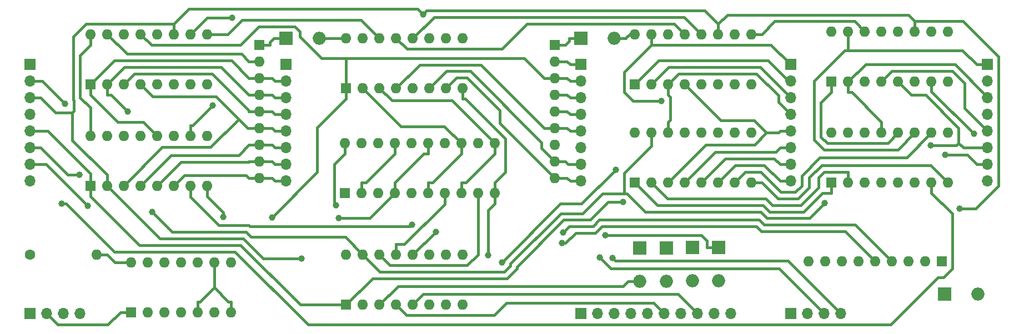
<source format=gbr>
%TF.GenerationSoftware,KiCad,Pcbnew,7.0.2*%
%TF.CreationDate,2023-06-28T00:57:01+01:00*%
%TF.ProjectId,SPI-Z80-BUS_ZXspectrum_impl,5350492d-5a38-4302-9d42-55535f5a5873,rev?*%
%TF.SameCoordinates,PX3473bc0PY19bfcc0*%
%TF.FileFunction,Copper,L1,Top*%
%TF.FilePolarity,Positive*%
%FSLAX46Y46*%
G04 Gerber Fmt 4.6, Leading zero omitted, Abs format (unit mm)*
G04 Created by KiCad (PCBNEW 7.0.2) date 2023-06-28 00:57:01*
%MOMM*%
%LPD*%
G01*
G04 APERTURE LIST*
%TA.AperFunction,ComponentPad*%
%ADD10R,1.700000X1.700000*%
%TD*%
%TA.AperFunction,ComponentPad*%
%ADD11O,1.700000X1.700000*%
%TD*%
%TA.AperFunction,ComponentPad*%
%ADD12R,1.600000X1.600000*%
%TD*%
%TA.AperFunction,ComponentPad*%
%ADD13O,1.600000X1.600000*%
%TD*%
%TA.AperFunction,ComponentPad*%
%ADD14R,2.000000X2.000000*%
%TD*%
%TA.AperFunction,ComponentPad*%
%ADD15O,2.000000X2.000000*%
%TD*%
%TA.AperFunction,ComponentPad*%
%ADD16C,1.600000*%
%TD*%
%TA.AperFunction,ViaPad*%
%ADD17C,1.000000*%
%TD*%
%TA.AperFunction,Conductor*%
%ADD18C,0.400000*%
%TD*%
G04 APERTURE END LIST*
D10*
%TO.P,LOCAL_CONTROL1,1,Pin_1*%
%TO.N,/SPI-Z80-BUS/LOCAL_CONTROL.RD*%
X120000000Y-50000000D03*
D11*
%TO.P,LOCAL_CONTROL1,2,Pin_2*%
%TO.N,/SPI-Z80-BUS/LOCAL_CONTROL.WR*%
X122540000Y-50000000D03*
%TO.P,LOCAL_CONTROL1,3,Pin_3*%
%TO.N,/SPI-Z80-BUS/LOCAL_CONTROL.IORQ*%
X125080000Y-50000000D03*
%TO.P,LOCAL_CONTROL1,4,Pin_4*%
%TO.N,/SPI-Z80-BUS/LOCAL_CONTROL.MEMRQ*%
X127620000Y-50000000D03*
%TD*%
D12*
%TO.P,ZX80_CONTROL.RD1,1,~{PL}*%
%TO.N,/SPI-Z80-BUS/ESP_SPI_INT.PL*%
X52220000Y-48635000D03*
D13*
%TO.P,ZX80_CONTROL.RD1,2,CP*%
%TO.N,/SPI-Z80-BUS/ESP_SPI_INT.SCK*%
X54760000Y-48635000D03*
%TO.P,ZX80_CONTROL.RD1,3,D4*%
%TO.N,/SPI-Z80-BUS/Z80_CONTROL.BUSRQ*%
X57300000Y-48635000D03*
%TO.P,ZX80_CONTROL.RD1,4,D5*%
%TO.N,/SPI-Z80-BUS/Z80_CONTROL.WAIT*%
X59840000Y-48635000D03*
%TO.P,ZX80_CONTROL.RD1,5,D6*%
%TO.N,/SPI-Z80-BUS/Z80_CONTROL.BUSACK*%
X62380000Y-48635000D03*
%TO.P,ZX80_CONTROL.RD1,6,D7*%
%TO.N,/SPI-Z80-BUS/Z80_CONTROL.NMI*%
X64920000Y-48635000D03*
%TO.P,ZX80_CONTROL.RD1,7,~{Q7}*%
%TO.N,Net-(LOCAL_A-L.RD1-DS)*%
X67460000Y-48635000D03*
%TO.P,ZX80_CONTROL.RD1,8,GND*%
%TO.N,GND*%
X70000000Y-48635000D03*
%TO.P,ZX80_CONTROL.RD1,9,Q7*%
%TO.N,unconnected-(ZX80_CONTROL.RD1-Q7-Pad9)*%
X70000000Y-41015000D03*
%TO.P,ZX80_CONTROL.RD1,10,DS*%
%TO.N,Net-(LOCAL_D.RD1-~{Q7})*%
X67460000Y-41015000D03*
%TO.P,ZX80_CONTROL.RD1,11,D0*%
%TO.N,/SPI-Z80-BUS/Z80_CONTROL.RD*%
X64920000Y-41015000D03*
%TO.P,ZX80_CONTROL.RD1,12,D1*%
%TO.N,/SPI-Z80-BUS/Z80_CONTROL.WR*%
X62380000Y-41015000D03*
%TO.P,ZX80_CONTROL.RD1,13,D2*%
%TO.N,/SPI-Z80-BUS/Z80_CONTROL.IORQ*%
X59840000Y-41015000D03*
%TO.P,ZX80_CONTROL.RD1,14,D3*%
%TO.N,/SPI-Z80-BUS/Z80_CONTROL.MEMRQ*%
X57300000Y-41015000D03*
%TO.P,ZX80_CONTROL.RD1,15,~{CE}*%
%TO.N,/SPI-Z80-BUS/ESP_SPI_INT.CE*%
X54760000Y-41015000D03*
%TO.P,ZX80_CONTROL.RD1,16,VCC*%
%TO.N,+5V*%
X52220000Y-41015000D03*
%TD*%
D14*
%TO.P,D5,1,K*%
%TO.N,/SPI-Z80-BUS/ESP_CONTROL.ROMCS*%
X105000000Y-39920000D03*
D15*
%TO.P,D5,2,A*%
%TO.N,/SPI-Z80-BUS/Z80_CONTROL.ROMCS*%
X105000000Y-45000000D03*
%TD*%
D12*
%TO.P,IC1,1*%
%TO.N,/SPI-Z80-BUS/ESP_PULSE*%
X19375000Y-49800000D03*
D13*
%TO.P,IC1,2*%
%TO.N,/SPI-Z80-BUS/ESP_CONTROL.WR*%
X21915000Y-49800000D03*
%TO.P,IC1,3*%
%TO.N,Net-(CONTROL.SELECT1-1A1)*%
X24455000Y-49800000D03*
%TO.P,IC1,4*%
%TO.N,GND*%
X26995000Y-49800000D03*
%TO.P,IC1,5*%
X29535000Y-49800000D03*
%TO.P,IC1,6*%
%TO.N,unconnected-(IC1-Pad6)*%
X32075000Y-49800000D03*
%TO.P,IC1,7,GND*%
%TO.N,GND*%
X34615000Y-49800000D03*
%TO.P,IC1,8*%
%TO.N,unconnected-(IC1-Pad8)*%
X34615000Y-42180000D03*
%TO.P,IC1,9*%
%TO.N,GND*%
X32075000Y-42180000D03*
%TO.P,IC1,10*%
X29535000Y-42180000D03*
%TO.P,IC1,11*%
%TO.N,unconnected-(IC1-Pad11)*%
X26995000Y-42180000D03*
%TO.P,IC1,12*%
%TO.N,GND*%
X24455000Y-42180000D03*
%TO.P,IC1,13*%
X21915000Y-42180000D03*
%TO.P,IC1,14,VCC*%
%TO.N,+5V*%
X19375000Y-42180000D03*
%TD*%
D10*
%TO.P,J6,1,Pin_1*%
%TO.N,/SPI-Z80-BUS/LOCAL_A0*%
X120000000Y-12000000D03*
D11*
%TO.P,J6,2,Pin_2*%
%TO.N,/SPI-Z80-BUS/LOCAL_A1*%
X120000000Y-14540000D03*
%TO.P,J6,3,Pin_3*%
%TO.N,/SPI-Z80-BUS/LOCAL_A2*%
X120000000Y-17080000D03*
%TO.P,J6,4,Pin_4*%
%TO.N,/SPI-Z80-BUS/LOCAL_A3*%
X120000000Y-19620000D03*
%TO.P,J6,5,Pin_5*%
%TO.N,/SPI-Z80-BUS/LOCAL_A4*%
X120000000Y-22160000D03*
%TO.P,J6,6,Pin_6*%
%TO.N,/SPI-Z80-BUS/LOCAL_A5*%
X120000000Y-24700000D03*
%TO.P,J6,7,Pin_7*%
%TO.N,/SPI-Z80-BUS/LOCAL_A6*%
X120000000Y-27240000D03*
%TO.P,J6,8,Pin_8*%
%TO.N,/SPI-Z80-BUS/LOCAL_A7*%
X120000000Y-29780000D03*
%TD*%
D14*
%TO.P,D3,1,K*%
%TO.N,/SPI-Z80-BUS/ESP_CONTROL.BUSRQ*%
X97000000Y-40000000D03*
D15*
%TO.P,D3,2,A*%
%TO.N,/SPI-Z80-BUS/Z80_CONTROL.BUSRQ*%
X97000000Y-45080000D03*
%TD*%
D12*
%TO.P,RN1,1,common*%
%TO.N,Net-(D7-K)*%
X143000000Y-42000000D03*
D13*
%TO.P,RN1,2,R1*%
%TO.N,/SPI-Z80-BUS/LOCAL_CONTROL.MEMRQ*%
X140460000Y-42000000D03*
%TO.P,RN1,3,R2*%
%TO.N,/SPI-Z80-BUS/LOCAL_CONTROL.IORQ*%
X137920000Y-42000000D03*
%TO.P,RN1,4,R3*%
%TO.N,/SPI-Z80-BUS/LOCAL_CONTROL.WR*%
X135380000Y-42000000D03*
%TO.P,RN1,5,R4*%
%TO.N,/SPI-Z80-BUS/LOCAL_CONTROL.RD*%
X132840000Y-42000000D03*
%TO.P,RN1,6,R5*%
%TO.N,unconnected-(RN1-R5-Pad6)*%
X130300000Y-42000000D03*
%TO.P,RN1,7,R6*%
%TO.N,unconnected-(RN1-R6-Pad7)*%
X127760000Y-42000000D03*
%TO.P,RN1,8,R7*%
%TO.N,unconnected-(RN1-R7-Pad8)*%
X125220000Y-42000000D03*
%TO.P,RN1,9,R8*%
%TO.N,unconnected-(RN1-R8-Pad9)*%
X122680000Y-42000000D03*
%TD*%
D14*
%TO.P,D7,1,K*%
%TO.N,Net-(D7-K)*%
X143460000Y-47000000D03*
D15*
%TO.P,D7,2,A*%
%TO.N,+5V*%
X148540000Y-47000000D03*
%TD*%
D14*
%TO.P,D1,1,K*%
%TO.N,Net-(D1-K)*%
X88000000Y-8000000D03*
D15*
%TO.P,D1,2,A*%
%TO.N,+5V*%
X93080000Y-8000000D03*
%TD*%
D12*
%TO.P,LOCAL_D.WR1,1,QB*%
%TO.N,/SPI-Z80-BUS/LOCAL_D1*%
X13260000Y-15000000D03*
D13*
%TO.P,LOCAL_D.WR1,2,QC*%
%TO.N,/SPI-Z80-BUS/LOCAL_D2*%
X15800000Y-15000000D03*
%TO.P,LOCAL_D.WR1,3,QD*%
%TO.N,/SPI-Z80-BUS/LOCAL_D3*%
X18340000Y-15000000D03*
%TO.P,LOCAL_D.WR1,4,QE*%
%TO.N,/SPI-Z80-BUS/LOCAL_D4*%
X20880000Y-15000000D03*
%TO.P,LOCAL_D.WR1,5,QF*%
%TO.N,/SPI-Z80-BUS/LOCAL_D5*%
X23420000Y-15000000D03*
%TO.P,LOCAL_D.WR1,6,QG*%
%TO.N,/SPI-Z80-BUS/LOCAL_D6*%
X25960000Y-15000000D03*
%TO.P,LOCAL_D.WR1,7,QH*%
%TO.N,/SPI-Z80-BUS/LOCAL_D7*%
X28500000Y-15000000D03*
%TO.P,LOCAL_D.WR1,8,GND*%
%TO.N,GND*%
X31040000Y-15000000D03*
%TO.P,LOCAL_D.WR1,9,QH'*%
%TO.N,Net-(ESP_CONTROL.WR1-SER)*%
X31040000Y-7380000D03*
%TO.P,LOCAL_D.WR1,10,~{SRCLR}*%
%TO.N,/SPI-Z80-BUS/ESP_SPI_INT.MR*%
X28500000Y-7380000D03*
%TO.P,LOCAL_D.WR1,11,SRCLK*%
%TO.N,/SPI-Z80-BUS/ESP_SPI_INT.SCK*%
X25960000Y-7380000D03*
%TO.P,LOCAL_D.WR1,12,RCLK*%
%TO.N,/SPI-Z80-BUS/ESP_SPI_INT.STC*%
X23420000Y-7380000D03*
%TO.P,LOCAL_D.WR1,13,~{OE}*%
%TO.N,/SPI-Z80-BUS/ESP_CONTROL.WR*%
X20880000Y-7380000D03*
%TO.P,LOCAL_D.WR1,14,SER*%
%TO.N,/SPI-Z80-BUS/ESP_SPI_INT.MOSI*%
X18340000Y-7380000D03*
%TO.P,LOCAL_D.WR1,15,QA*%
%TO.N,/SPI-Z80-BUS/LOCAL_D0*%
X15800000Y-7380000D03*
%TO.P,LOCAL_D.WR1,16,VCC*%
%TO.N,+5V*%
X13260000Y-7380000D03*
%TD*%
D12*
%TO.P,LOCAL_D.RD1,1,~{PL}*%
%TO.N,/SPI-Z80-BUS/ESP_SPI_INT.PL*%
X13220000Y-30500000D03*
D13*
%TO.P,LOCAL_D.RD1,2,CP*%
%TO.N,/SPI-Z80-BUS/ESP_SPI_INT.SCK*%
X15760000Y-30500000D03*
%TO.P,LOCAL_D.RD1,3,D4*%
%TO.N,/SPI-Z80-BUS/LOCAL_D4*%
X18300000Y-30500000D03*
%TO.P,LOCAL_D.RD1,4,D5*%
%TO.N,/SPI-Z80-BUS/LOCAL_D5*%
X20840000Y-30500000D03*
%TO.P,LOCAL_D.RD1,5,D6*%
%TO.N,/SPI-Z80-BUS/LOCAL_D6*%
X23380000Y-30500000D03*
%TO.P,LOCAL_D.RD1,6,D7*%
%TO.N,/SPI-Z80-BUS/LOCAL_D7*%
X25920000Y-30500000D03*
%TO.P,LOCAL_D.RD1,7,~{Q7}*%
%TO.N,Net-(LOCAL_D.RD1-~{Q7})*%
X28460000Y-30500000D03*
%TO.P,LOCAL_D.RD1,8,GND*%
%TO.N,GND*%
X31000000Y-30500000D03*
%TO.P,LOCAL_D.RD1,9,Q7*%
%TO.N,unconnected-(LOCAL_D.RD1-Q7-Pad9)*%
X31000000Y-22880000D03*
%TO.P,LOCAL_D.RD1,10,DS*%
%TO.N,GND*%
X28460000Y-22880000D03*
%TO.P,LOCAL_D.RD1,11,D0*%
%TO.N,/SPI-Z80-BUS/LOCAL_D0*%
X25920000Y-22880000D03*
%TO.P,LOCAL_D.RD1,12,D1*%
%TO.N,/SPI-Z80-BUS/LOCAL_D1*%
X23380000Y-22880000D03*
%TO.P,LOCAL_D.RD1,13,D2*%
%TO.N,/SPI-Z80-BUS/LOCAL_D2*%
X20840000Y-22880000D03*
%TO.P,LOCAL_D.RD1,14,D3*%
%TO.N,/SPI-Z80-BUS/LOCAL_D3*%
X18300000Y-22880000D03*
%TO.P,LOCAL_D.RD1,15,~{CE}*%
%TO.N,/SPI-Z80-BUS/ESP_SPI_INT.CE*%
X15760000Y-22880000D03*
%TO.P,LOCAL_D.RD1,16,VCC*%
%TO.N,+5V*%
X13220000Y-22880000D03*
%TD*%
D12*
%TO.P,ESP_CONTROL.WR1,1,QB*%
%TO.N,/SPI-Z80-BUS/ESP_CONTROL.WR*%
X52220000Y-15635000D03*
D13*
%TO.P,ESP_CONTROL.WR1,2,QC*%
%TO.N,/SPI-Z80-BUS/ESP_CONTROL.IORQ*%
X54760000Y-15635000D03*
%TO.P,ESP_CONTROL.WR1,3,QD*%
%TO.N,/SPI-Z80-BUS/ESP_CONTROL.MEMRQ*%
X57300000Y-15635000D03*
%TO.P,ESP_CONTROL.WR1,4,QE*%
%TO.N,/SPI-Z80-BUS/ESP_CONTROL.BUSRQ*%
X59840000Y-15635000D03*
%TO.P,ESP_CONTROL.WR1,5,QF*%
%TO.N,/SPI-Z80-BUS/ESP_CONTROL.WAIT*%
X62380000Y-15635000D03*
%TO.P,ESP_CONTROL.WR1,6,QG*%
%TO.N,/SPI-Z80-BUS/ESP_CONTROL.ROMCS*%
X64920000Y-15635000D03*
%TO.P,ESP_CONTROL.WR1,7,QH*%
%TO.N,/SPI-Z80-BUS/ESP_CONTROL.NMI*%
X67460000Y-15635000D03*
%TO.P,ESP_CONTROL.WR1,8,GND*%
%TO.N,GND*%
X70000000Y-15635000D03*
%TO.P,ESP_CONTROL.WR1,9,QH'*%
%TO.N,Net-(ESP_CONTROL.WR1-QH')*%
X70000000Y-8015000D03*
%TO.P,ESP_CONTROL.WR1,10,~{SRCLR}*%
%TO.N,/SPI-Z80-BUS/ESP_SPI_INT.MR*%
X67460000Y-8015000D03*
%TO.P,ESP_CONTROL.WR1,11,SRCLK*%
%TO.N,/SPI-Z80-BUS/ESP_SPI_INT.SCK*%
X64920000Y-8015000D03*
%TO.P,ESP_CONTROL.WR1,12,RCLK*%
%TO.N,/SPI-Z80-BUS/ESP_SPI_INT.STC*%
X62380000Y-8015000D03*
%TO.P,ESP_CONTROL.WR1,13,~{OE}*%
%TO.N,/SPI-Z80-BUS/ESP_SPI_INT.OE*%
X59840000Y-8015000D03*
%TO.P,ESP_CONTROL.WR1,14,SER*%
%TO.N,Net-(ESP_CONTROL.WR1-SER)*%
X57300000Y-8015000D03*
%TO.P,ESP_CONTROL.WR1,15,QA*%
%TO.N,/SPI-Z80-BUS/ESP_CONTROL.RD*%
X54760000Y-8015000D03*
%TO.P,ESP_CONTROL.WR1,16,VCC*%
%TO.N,+5V*%
X52220000Y-8015000D03*
%TD*%
D10*
%TO.P,J3,1,Pin_1*%
%TO.N,/SPI-Z80-BUS/ESP_SPI_INT.MOSI*%
X4000000Y-12000000D03*
D11*
%TO.P,J3,2,Pin_2*%
%TO.N,/SPI-Z80-BUS/ESP_SPI_INT.MISO*%
X4000000Y-14540000D03*
%TO.P,J3,3,Pin_3*%
%TO.N,/SPI-Z80-BUS/ESP_SPI_INT.SCK*%
X4000000Y-17080000D03*
%TO.P,J3,4,Pin_4*%
%TO.N,/SPI-Z80-BUS/ESP_SPI_INT.STC*%
X4000000Y-19620000D03*
%TO.P,J3,5,Pin_5*%
%TO.N,/SPI-Z80-BUS/ESP_SPI_INT.PL*%
X4000000Y-22160000D03*
%TO.P,J3,6,Pin_6*%
%TO.N,/SPI-Z80-BUS/ESP_SPI_INT.CE*%
X4000000Y-24700000D03*
%TO.P,J3,7,Pin_7*%
%TO.N,/SPI-Z80-BUS/ESP_SPI_INT.OE*%
X4000000Y-27240000D03*
%TO.P,J3,8,Pin_8*%
%TO.N,/SPI-Z80-BUS/ESP_SPI_INT.MR*%
X4000000Y-29780000D03*
%TD*%
D12*
%TO.P,CONTROL.SELECT1,1,1OE*%
%TO.N,/SPI-Z80-BUS/!ESP_HARDLOCK*%
X52000000Y-31620000D03*
D13*
%TO.P,CONTROL.SELECT1,2,1A0*%
%TO.N,/SPI-Z80-BUS/ESP_CONTROL.RD*%
X54540000Y-31620000D03*
%TO.P,CONTROL.SELECT1,3,2Y0*%
%TO.N,/SPI-Z80-BUS/Z80_CONTROL.RD*%
X57080000Y-31620000D03*
%TO.P,CONTROL.SELECT1,4,1A1*%
%TO.N,Net-(CONTROL.SELECT1-1A1)*%
X59620000Y-31620000D03*
%TO.P,CONTROL.SELECT1,5,2Y1*%
%TO.N,/SPI-Z80-BUS/Z80_CONTROL.WR*%
X62160000Y-31620000D03*
%TO.P,CONTROL.SELECT1,6,1A2*%
%TO.N,/SPI-Z80-BUS/ESP_CONTROL.IORQ*%
X64700000Y-31620000D03*
%TO.P,CONTROL.SELECT1,7,2Y2*%
%TO.N,/SPI-Z80-BUS/Z80_CONTROL.IORQ*%
X67240000Y-31620000D03*
%TO.P,CONTROL.SELECT1,8,1A3*%
%TO.N,/SPI-Z80-BUS/ESP_CONTROL.MEMRQ*%
X69780000Y-31620000D03*
%TO.P,CONTROL.SELECT1,9,2Y3*%
%TO.N,/SPI-Z80-BUS/Z80_CONTROL.MEMRQ*%
X72320000Y-31620000D03*
%TO.P,CONTROL.SELECT1,10,GND*%
%TO.N,GND*%
X74860000Y-31620000D03*
%TO.P,CONTROL.SELECT1,11,2A3*%
%TO.N,/SPI-Z80-BUS/ESP_CONTROL.MEMRQ*%
X74860000Y-24000000D03*
%TO.P,CONTROL.SELECT1,12,1Y3*%
%TO.N,/SPI-Z80-BUS/LOCAL_CONTROL.MEMRQ*%
X72320000Y-24000000D03*
%TO.P,CONTROL.SELECT1,13,2A2*%
%TO.N,/SPI-Z80-BUS/ESP_CONTROL.IORQ*%
X69780000Y-24000000D03*
%TO.P,CONTROL.SELECT1,14,1Y2*%
%TO.N,/SPI-Z80-BUS/LOCAL_CONTROL.IORQ*%
X67240000Y-24000000D03*
%TO.P,CONTROL.SELECT1,15,2A1*%
%TO.N,Net-(CONTROL.SELECT1-1A1)*%
X64700000Y-24000000D03*
%TO.P,CONTROL.SELECT1,16,1Y1*%
%TO.N,/SPI-Z80-BUS/LOCAL_CONTROL.WR*%
X62160000Y-24000000D03*
%TO.P,CONTROL.SELECT1,17,2A0*%
%TO.N,/SPI-Z80-BUS/ESP_CONTROL.RD*%
X59620000Y-24000000D03*
%TO.P,CONTROL.SELECT1,18,1Y0*%
%TO.N,/SPI-Z80-BUS/LOCAL_CONTROL.RD*%
X57080000Y-24000000D03*
%TO.P,CONTROL.SELECT1,19,2OE*%
%TO.N,/SPI-Z80-BUS/ESP_CONTROL.BUSRQ*%
X54540000Y-24000000D03*
%TO.P,CONTROL.SELECT1,20,VCC*%
%TO.N,+5V*%
X52000000Y-24000000D03*
%TD*%
D14*
%TO.P,D4,1,K*%
%TO.N,/SPI-Z80-BUS/ESP_CONTROL.WAIT*%
X101000000Y-40000000D03*
D15*
%TO.P,D4,2,A*%
%TO.N,/SPI-Z80-BUS/Z80_CONTROL.WAIT*%
X101000000Y-45080000D03*
%TD*%
D10*
%TO.P,J1,1,Pin_1*%
%TO.N,+5V*%
X4000000Y-50000000D03*
D11*
%TO.P,J1,2,Pin_2*%
%TO.N,/SPI-Z80-BUS/ESP_PULSE*%
X6540000Y-50000000D03*
%TO.P,J1,3,Pin_3*%
%TO.N,/SPI-Z80-BUS/!ESP_HARDLOCK*%
X9080000Y-50000000D03*
%TO.P,J1,4,Pin_4*%
%TO.N,GND*%
X11620000Y-50000000D03*
%TD*%
D10*
%TO.P,J7,1,Pin_1*%
%TO.N,/SPI-Z80-BUS/LOCAL_A8*%
X150000000Y-12000000D03*
D11*
%TO.P,J7,2,Pin_2*%
%TO.N,/SPI-Z80-BUS/LOCAL_A9*%
X150000000Y-14540000D03*
%TO.P,J7,3,Pin_3*%
%TO.N,/SPI-Z80-BUS/LOCAL_A10*%
X150000000Y-17080000D03*
%TO.P,J7,4,Pin_4*%
%TO.N,/SPI-Z80-BUS/LOCAL_A11*%
X150000000Y-19620000D03*
%TO.P,J7,5,Pin_5*%
%TO.N,/SPI-Z80-BUS/LOCAL_A12*%
X150000000Y-22160000D03*
%TO.P,J7,6,Pin_6*%
%TO.N,/SPI-Z80-BUS/LOCAL_A13*%
X150000000Y-24700000D03*
%TO.P,J7,7,Pin_7*%
%TO.N,/SPI-Z80-BUS/LOCAL_A14*%
X150000000Y-27240000D03*
%TO.P,J7,8,Pin_8*%
%TO.N,/SPI-Z80-BUS/LOCAL_A15*%
X150000000Y-29780000D03*
%TD*%
D12*
%TO.P,LOCAL_ADDR-H.WR1,1,QB*%
%TO.N,/SPI-Z80-BUS/LOCAL_A9*%
X126220000Y-14620000D03*
D13*
%TO.P,LOCAL_ADDR-H.WR1,2,QC*%
%TO.N,/SPI-Z80-BUS/LOCAL_A10*%
X128760000Y-14620000D03*
%TO.P,LOCAL_ADDR-H.WR1,3,QD*%
%TO.N,/SPI-Z80-BUS/LOCAL_A11*%
X131300000Y-14620000D03*
%TO.P,LOCAL_ADDR-H.WR1,4,QE*%
%TO.N,/SPI-Z80-BUS/LOCAL_A12*%
X133840000Y-14620000D03*
%TO.P,LOCAL_ADDR-H.WR1,5,QF*%
%TO.N,/SPI-Z80-BUS/LOCAL_A13*%
X136380000Y-14620000D03*
%TO.P,LOCAL_ADDR-H.WR1,6,QG*%
%TO.N,/SPI-Z80-BUS/LOCAL_A14*%
X138920000Y-14620000D03*
%TO.P,LOCAL_ADDR-H.WR1,7,QH*%
%TO.N,/SPI-Z80-BUS/LOCAL_A15*%
X141460000Y-14620000D03*
%TO.P,LOCAL_ADDR-H.WR1,8,GND*%
%TO.N,GND*%
X144000000Y-14620000D03*
%TO.P,LOCAL_ADDR-H.WR1,9,QH'*%
%TO.N,unconnected-(LOCAL_ADDR-H.WR1-QH'-Pad9)*%
X144000000Y-7000000D03*
%TO.P,LOCAL_ADDR-H.WR1,10,~{SRCLR}*%
%TO.N,/SPI-Z80-BUS/ESP_SPI_INT.MR*%
X141460000Y-7000000D03*
%TO.P,LOCAL_ADDR-H.WR1,11,SRCLK*%
%TO.N,/SPI-Z80-BUS/ESP_SPI_INT.SCK*%
X138920000Y-7000000D03*
%TO.P,LOCAL_ADDR-H.WR1,12,RCLK*%
%TO.N,/SPI-Z80-BUS/ESP_SPI_INT.STC*%
X136380000Y-7000000D03*
%TO.P,LOCAL_ADDR-H.WR1,13,~{OE}*%
%TO.N,/SPI-Z80-BUS/ESP_SPI_INT.OE*%
X133840000Y-7000000D03*
%TO.P,LOCAL_ADDR-H.WR1,14,SER*%
%TO.N,Net-(LOCAL_ADDR-H.WR1-SER)*%
X131300000Y-7000000D03*
%TO.P,LOCAL_ADDR-H.WR1,15,QA*%
%TO.N,/SPI-Z80-BUS/LOCAL_A8*%
X128760000Y-7000000D03*
%TO.P,LOCAL_ADDR-H.WR1,16,VCC*%
%TO.N,+5V*%
X126220000Y-7000000D03*
%TD*%
D12*
%TO.P,LOCAL_ADDR-L.WR1,1,QB*%
%TO.N,/SPI-Z80-BUS/LOCAL_A1*%
X96220000Y-15000000D03*
D13*
%TO.P,LOCAL_ADDR-L.WR1,2,QC*%
%TO.N,/SPI-Z80-BUS/LOCAL_A2*%
X98760000Y-15000000D03*
%TO.P,LOCAL_ADDR-L.WR1,3,QD*%
%TO.N,/SPI-Z80-BUS/LOCAL_A3*%
X101300000Y-15000000D03*
%TO.P,LOCAL_ADDR-L.WR1,4,QE*%
%TO.N,/SPI-Z80-BUS/LOCAL_A4*%
X103840000Y-15000000D03*
%TO.P,LOCAL_ADDR-L.WR1,5,QF*%
%TO.N,/SPI-Z80-BUS/LOCAL_A5*%
X106380000Y-15000000D03*
%TO.P,LOCAL_ADDR-L.WR1,6,QG*%
%TO.N,/SPI-Z80-BUS/LOCAL_A6*%
X108920000Y-15000000D03*
%TO.P,LOCAL_ADDR-L.WR1,7,QH*%
%TO.N,/SPI-Z80-BUS/LOCAL_A7*%
X111460000Y-15000000D03*
%TO.P,LOCAL_ADDR-L.WR1,8,GND*%
%TO.N,GND*%
X114000000Y-15000000D03*
%TO.P,LOCAL_ADDR-L.WR1,9,QH'*%
%TO.N,Net-(LOCAL_ADDR-H.WR1-SER)*%
X114000000Y-7380000D03*
%TO.P,LOCAL_ADDR-L.WR1,10,~{SRCLR}*%
%TO.N,/SPI-Z80-BUS/ESP_SPI_INT.MR*%
X111460000Y-7380000D03*
%TO.P,LOCAL_ADDR-L.WR1,11,SRCLK*%
%TO.N,/SPI-Z80-BUS/ESP_SPI_INT.SCK*%
X108920000Y-7380000D03*
%TO.P,LOCAL_ADDR-L.WR1,12,RCLK*%
%TO.N,/SPI-Z80-BUS/ESP_SPI_INT.STC*%
X106380000Y-7380000D03*
%TO.P,LOCAL_ADDR-L.WR1,13,~{OE}*%
%TO.N,/SPI-Z80-BUS/ESP_SPI_INT.OE*%
X103840000Y-7380000D03*
%TO.P,LOCAL_ADDR-L.WR1,14,SER*%
%TO.N,Net-(ESP_CONTROL.WR1-QH')*%
X101300000Y-7380000D03*
%TO.P,LOCAL_ADDR-L.WR1,15,QA*%
%TO.N,/SPI-Z80-BUS/LOCAL_A0*%
X98760000Y-7380000D03*
%TO.P,LOCAL_ADDR-L.WR1,16,VCC*%
%TO.N,+5V*%
X96220000Y-7380000D03*
%TD*%
D14*
%TO.P,D6,1,K*%
%TO.N,/SPI-Z80-BUS/ESP_CONTROL.NMI*%
X109000000Y-39920000D03*
D15*
%TO.P,D6,2,A*%
%TO.N,/SPI-Z80-BUS/Z80_CONTROL.NMI*%
X109000000Y-45000000D03*
%TD*%
D12*
%TO.P,LOCAL_A-H.RD1,1,~{PL}*%
%TO.N,/SPI-Z80-BUS/ESP_SPI_INT.PL*%
X126220000Y-30000000D03*
D13*
%TO.P,LOCAL_A-H.RD1,2,CP*%
%TO.N,/SPI-Z80-BUS/ESP_SPI_INT.SCK*%
X128760000Y-30000000D03*
%TO.P,LOCAL_A-H.RD1,3,D4*%
%TO.N,/SPI-Z80-BUS/LOCAL_A12*%
X131300000Y-30000000D03*
%TO.P,LOCAL_A-H.RD1,4,D5*%
%TO.N,/SPI-Z80-BUS/LOCAL_A13*%
X133840000Y-30000000D03*
%TO.P,LOCAL_A-H.RD1,5,D6*%
%TO.N,/SPI-Z80-BUS/LOCAL_A14*%
X136380000Y-30000000D03*
%TO.P,LOCAL_A-H.RD1,6,D7*%
%TO.N,/SPI-Z80-BUS/LOCAL_A15*%
X138920000Y-30000000D03*
%TO.P,LOCAL_A-H.RD1,7,~{Q7}*%
%TO.N,/SPI-Z80-BUS/ESP_SPI_INT.MISO*%
X141460000Y-30000000D03*
%TO.P,LOCAL_A-H.RD1,8,GND*%
%TO.N,GND*%
X144000000Y-30000000D03*
%TO.P,LOCAL_A-H.RD1,9,Q7*%
%TO.N,unconnected-(LOCAL_A-H.RD1-Q7-Pad9)*%
X144000000Y-22380000D03*
%TO.P,LOCAL_A-H.RD1,10,DS*%
%TO.N,Net-(LOCAL_A-H.RD1-DS)*%
X141460000Y-22380000D03*
%TO.P,LOCAL_A-H.RD1,11,D0*%
%TO.N,/SPI-Z80-BUS/LOCAL_A8*%
X138920000Y-22380000D03*
%TO.P,LOCAL_A-H.RD1,12,D1*%
%TO.N,/SPI-Z80-BUS/LOCAL_A9*%
X136380000Y-22380000D03*
%TO.P,LOCAL_A-H.RD1,13,D2*%
%TO.N,/SPI-Z80-BUS/LOCAL_A10*%
X133840000Y-22380000D03*
%TO.P,LOCAL_A-H.RD1,14,D3*%
%TO.N,/SPI-Z80-BUS/LOCAL_A11*%
X131300000Y-22380000D03*
%TO.P,LOCAL_A-H.RD1,15,~{CE}*%
%TO.N,/SPI-Z80-BUS/ESP_SPI_INT.CE*%
X128760000Y-22380000D03*
%TO.P,LOCAL_A-H.RD1,16,VCC*%
%TO.N,+5V*%
X126220000Y-22380000D03*
%TD*%
D12*
%TO.P,ESP_CONTROL.Bias1,1,common*%
%TO.N,Net-(D1-K)*%
X84000000Y-9000000D03*
D13*
%TO.P,ESP_CONTROL.Bias1,2,R1*%
%TO.N,/SPI-Z80-BUS/ESP_CONTROL.RD*%
X84000000Y-11540000D03*
%TO.P,ESP_CONTROL.Bias1,3,R2*%
%TO.N,/SPI-Z80-BUS/ESP_CONTROL.WR*%
X84000000Y-14080000D03*
%TO.P,ESP_CONTROL.Bias1,4,R3*%
%TO.N,/SPI-Z80-BUS/ESP_CONTROL.IORQ*%
X84000000Y-16620000D03*
%TO.P,ESP_CONTROL.Bias1,5,R4*%
%TO.N,/SPI-Z80-BUS/ESP_CONTROL.MEMRQ*%
X84000000Y-19160000D03*
%TO.P,ESP_CONTROL.Bias1,6,R5*%
%TO.N,/SPI-Z80-BUS/ESP_CONTROL.BUSRQ*%
X84000000Y-21700000D03*
%TO.P,ESP_CONTROL.Bias1,7,R6*%
%TO.N,/SPI-Z80-BUS/ESP_CONTROL.WAIT*%
X84000000Y-24240000D03*
%TO.P,ESP_CONTROL.Bias1,8,R7*%
%TO.N,/SPI-Z80-BUS/ESP_CONTROL.ROMCS*%
X84000000Y-26780000D03*
%TO.P,ESP_CONTROL.Bias1,9,R8*%
%TO.N,/SPI-Z80-BUS/ESP_CONTROL.NMI*%
X84000000Y-29320000D03*
%TD*%
D14*
%TO.P,D2,1,K*%
%TO.N,Net-(D2-K)*%
X43000000Y-8000000D03*
D15*
%TO.P,D2,2,A*%
%TO.N,+5V*%
X48080000Y-8000000D03*
%TD*%
D12*
%TO.P,LOCAL_A-L.RD1,1,~{PL}*%
%TO.N,/SPI-Z80-BUS/ESP_SPI_INT.PL*%
X96220000Y-30000000D03*
D13*
%TO.P,LOCAL_A-L.RD1,2,CP*%
%TO.N,/SPI-Z80-BUS/ESP_SPI_INT.SCK*%
X98760000Y-30000000D03*
%TO.P,LOCAL_A-L.RD1,3,D4*%
%TO.N,/SPI-Z80-BUS/LOCAL_A4*%
X101300000Y-30000000D03*
%TO.P,LOCAL_A-L.RD1,4,D5*%
%TO.N,/SPI-Z80-BUS/LOCAL_A5*%
X103840000Y-30000000D03*
%TO.P,LOCAL_A-L.RD1,5,D6*%
%TO.N,/SPI-Z80-BUS/LOCAL_A6*%
X106380000Y-30000000D03*
%TO.P,LOCAL_A-L.RD1,6,D7*%
%TO.N,/SPI-Z80-BUS/LOCAL_A7*%
X108920000Y-30000000D03*
%TO.P,LOCAL_A-L.RD1,7,~{Q7}*%
%TO.N,Net-(LOCAL_A-H.RD1-DS)*%
X111460000Y-30000000D03*
%TO.P,LOCAL_A-L.RD1,8,GND*%
%TO.N,GND*%
X114000000Y-30000000D03*
%TO.P,LOCAL_A-L.RD1,9,Q7*%
%TO.N,unconnected-(LOCAL_A-L.RD1-Q7-Pad9)*%
X114000000Y-22380000D03*
%TO.P,LOCAL_A-L.RD1,10,DS*%
%TO.N,Net-(LOCAL_A-L.RD1-DS)*%
X111460000Y-22380000D03*
%TO.P,LOCAL_A-L.RD1,11,D0*%
%TO.N,/SPI-Z80-BUS/LOCAL_A0*%
X108920000Y-22380000D03*
%TO.P,LOCAL_A-L.RD1,12,D1*%
%TO.N,/SPI-Z80-BUS/LOCAL_A1*%
X106380000Y-22380000D03*
%TO.P,LOCAL_A-L.RD1,13,D2*%
%TO.N,/SPI-Z80-BUS/LOCAL_A2*%
X103840000Y-22380000D03*
%TO.P,LOCAL_A-L.RD1,14,D3*%
%TO.N,/SPI-Z80-BUS/LOCAL_A3*%
X101300000Y-22380000D03*
%TO.P,LOCAL_A-L.RD1,15,~{CE}*%
%TO.N,/SPI-Z80-BUS/ESP_SPI_INT.CE*%
X98760000Y-22380000D03*
%TO.P,LOCAL_A-L.RD1,16,VCC*%
%TO.N,+5V*%
X96220000Y-22380000D03*
%TD*%
D10*
%TO.P,J2,1,Pin_1*%
%TO.N,/SPI-Z80-BUS/LOCAL_D0*%
X43000000Y-12000000D03*
D11*
%TO.P,J2,2,Pin_2*%
%TO.N,/SPI-Z80-BUS/LOCAL_D1*%
X43000000Y-14540000D03*
%TO.P,J2,3,Pin_3*%
%TO.N,/SPI-Z80-BUS/LOCAL_D2*%
X43000000Y-17080000D03*
%TO.P,J2,4,Pin_4*%
%TO.N,/SPI-Z80-BUS/LOCAL_D3*%
X43000000Y-19620000D03*
%TO.P,J2,5,Pin_5*%
%TO.N,/SPI-Z80-BUS/LOCAL_D4*%
X43000000Y-22160000D03*
%TO.P,J2,6,Pin_6*%
%TO.N,/SPI-Z80-BUS/LOCAL_D5*%
X43000000Y-24700000D03*
%TO.P,J2,7,Pin_7*%
%TO.N,/SPI-Z80-BUS/LOCAL_D6*%
X43000000Y-27240000D03*
%TO.P,J2,8,Pin_8*%
%TO.N,/SPI-Z80-BUS/LOCAL_D7*%
X43000000Y-29780000D03*
%TD*%
D10*
%TO.P,J5,1,Pin_1*%
%TO.N,/SPI-Z80-BUS/Z80_CONTROL.RD*%
X88000000Y-50000000D03*
D11*
%TO.P,J5,2,Pin_2*%
%TO.N,/SPI-Z80-BUS/Z80_CONTROL.WR*%
X90540000Y-50000000D03*
%TO.P,J5,3,Pin_3*%
%TO.N,/SPI-Z80-BUS/Z80_CONTROL.IORQ*%
X93080000Y-50000000D03*
%TO.P,J5,4,Pin_4*%
%TO.N,/SPI-Z80-BUS/Z80_CONTROL.MEMRQ*%
X95620000Y-50000000D03*
%TO.P,J5,5,Pin_5*%
%TO.N,/SPI-Z80-BUS/Z80_CONTROL.BUSRQ*%
X98160000Y-50000000D03*
%TO.P,J5,6,Pin_6*%
%TO.N,/SPI-Z80-BUS/Z80_CONTROL.WAIT*%
X100700000Y-50000000D03*
%TO.P,J5,7,Pin_7*%
%TO.N,/SPI-Z80-BUS/Z80_CONTROL.ROMCS*%
X103240000Y-50000000D03*
%TO.P,J5,8,Pin_8*%
%TO.N,/SPI-Z80-BUS/Z80_CONTROL.BUSACK*%
X105780000Y-50000000D03*
%TO.P,J5,9,Pin_9*%
%TO.N,/SPI-Z80-BUS/Z80_CONTROL.NMI*%
X108320000Y-50000000D03*
%TO.P,J5,10,Pin_10*%
%TO.N,/SPI-Z80-BUS/Z80_CONTROL.RESET*%
X110860000Y-50000000D03*
%TD*%
D16*
%TO.P,R1,1*%
%TO.N,/SPI-Z80-BUS/ESP_SPI_INT.MR*%
X4000000Y-41000000D03*
D13*
%TO.P,R1,2*%
%TO.N,+5V*%
X14160000Y-41000000D03*
%TD*%
D12*
%TO.P,LOCAL_D.Bias1,1,common*%
%TO.N,Net-(D2-K)*%
X39000000Y-9000000D03*
D13*
%TO.P,LOCAL_D.Bias1,2,R1*%
%TO.N,/SPI-Z80-BUS/LOCAL_D0*%
X39000000Y-11540000D03*
%TO.P,LOCAL_D.Bias1,3,R2*%
%TO.N,/SPI-Z80-BUS/LOCAL_D1*%
X39000000Y-14080000D03*
%TO.P,LOCAL_D.Bias1,4,R3*%
%TO.N,/SPI-Z80-BUS/LOCAL_D2*%
X39000000Y-16620000D03*
%TO.P,LOCAL_D.Bias1,5,R4*%
%TO.N,/SPI-Z80-BUS/LOCAL_D3*%
X39000000Y-19160000D03*
%TO.P,LOCAL_D.Bias1,6,R5*%
%TO.N,/SPI-Z80-BUS/LOCAL_D4*%
X39000000Y-21700000D03*
%TO.P,LOCAL_D.Bias1,7,R6*%
%TO.N,/SPI-Z80-BUS/LOCAL_D5*%
X39000000Y-24240000D03*
%TO.P,LOCAL_D.Bias1,8,R7*%
%TO.N,/SPI-Z80-BUS/LOCAL_D6*%
X39000000Y-26780000D03*
%TO.P,LOCAL_D.Bias1,9,R8*%
%TO.N,/SPI-Z80-BUS/LOCAL_D7*%
X39000000Y-29320000D03*
%TD*%
D10*
%TO.P,J4,1,Pin_1*%
%TO.N,/SPI-Z80-BUS/ESP_CONTROL.RD*%
X88000000Y-12000000D03*
D11*
%TO.P,J4,2,Pin_2*%
%TO.N,/SPI-Z80-BUS/ESP_CONTROL.WR*%
X88000000Y-14540000D03*
%TO.P,J4,3,Pin_3*%
%TO.N,/SPI-Z80-BUS/ESP_CONTROL.IORQ*%
X88000000Y-17080000D03*
%TO.P,J4,4,Pin_4*%
%TO.N,/SPI-Z80-BUS/ESP_CONTROL.MEMRQ*%
X88000000Y-19620000D03*
%TO.P,J4,5,Pin_5*%
%TO.N,/SPI-Z80-BUS/ESP_CONTROL.BUSRQ*%
X88000000Y-22160000D03*
%TO.P,J4,6,Pin_6*%
%TO.N,/SPI-Z80-BUS/ESP_CONTROL.WAIT*%
X88000000Y-24700000D03*
%TO.P,J4,7,Pin_7*%
%TO.N,/SPI-Z80-BUS/ESP_CONTROL.ROMCS*%
X88000000Y-27240000D03*
%TO.P,J4,8,Pin_8*%
%TO.N,/SPI-Z80-BUS/ESP_CONTROL.NMI*%
X88000000Y-29780000D03*
%TD*%
D17*
%TO.N,Net-(CONTROL.SELECT1-1A1)*%
X51042600Y-35385800D03*
%TO.N,/SPI-Z80-BUS/Z80_CONTROL.WR*%
X65856100Y-37538900D03*
%TO.N,GND*%
X73881000Y-41119200D03*
X33437300Y-35261200D03*
X31858300Y-18204300D03*
%TO.N,/SPI-Z80-BUS/LOCAL_CONTROL.MEMRQ*%
X92834000Y-41483000D03*
%TO.N,/SPI-Z80-BUS/LOCAL_CONTROL.IORQ*%
X90883500Y-41468900D03*
%TO.N,/SPI-Z80-BUS/LOCAL_CONTROL.WR*%
X85300200Y-37627000D03*
%TO.N,/SPI-Z80-BUS/LOCAL_CONTROL.RD*%
X85099200Y-39264700D03*
%TO.N,+5V*%
X50689600Y-33489300D03*
%TO.N,/SPI-Z80-BUS/ESP_CONTROL.NMI*%
X91719700Y-38065900D03*
%TO.N,/SPI-Z80-BUS/ESP_CONTROL.WR*%
X40885100Y-35323500D03*
%TO.N,/SPI-Z80-BUS/ESP_SPI_INT.MR*%
X34853900Y-4836500D03*
%TO.N,/SPI-Z80-BUS/ESP_SPI_INT.SCK*%
X145695200Y-33949900D03*
X63914000Y-4307800D03*
X45400700Y-41574700D03*
%TO.N,/SPI-Z80-BUS/ESP_SPI_INT.OE*%
X12831400Y-33594400D03*
%TO.N,/SPI-Z80-BUS/LOCAL_D2*%
X18924400Y-19161800D03*
%TO.N,/SPI-Z80-BUS/LOCAL_A0*%
X100304300Y-17528600D03*
%TO.N,/SPI-Z80-BUS/LOCAL_A13*%
X141354500Y-24368400D03*
%TO.N,/SPI-Z80-BUS/LOCAL_A14*%
X143568100Y-25797100D03*
%TO.N,/SPI-Z80-BUS/LOCAL_A15*%
X147931800Y-22565600D03*
%TO.N,/SPI-Z80-BUS/ESP_SPI_INT.MISO*%
X8800300Y-33220900D03*
X9360600Y-17995700D03*
%TO.N,/SPI-Z80-BUS/ESP_SPI_INT.PL*%
X94460000Y-32967400D03*
%TO.N,/SPI-Z80-BUS/ESP_SPI_INT.CE*%
X22624300Y-34515600D03*
X125167200Y-33170600D03*
X11500000Y-28790600D03*
%TO.N,Net-(LOCAL_A-L.RD1-DS)*%
X93296100Y-28023700D03*
X75949000Y-42154300D03*
%TO.N,Net-(LOCAL_D.RD1-~{Q7})*%
X62226900Y-36393800D03*
%TD*%
D18*
%TO.N,/SPI-Z80-BUS/ESP_CONTROL.BUSRQ*%
X88000000Y-22160000D02*
X86349900Y-22160000D01*
X72713400Y-12013500D02*
X63461500Y-12013500D01*
X63461500Y-12013500D02*
X59840000Y-15635000D01*
X82399900Y-21700000D02*
X72713400Y-12013500D01*
X85889900Y-21700000D02*
X84000000Y-21700000D01*
X86349900Y-22160000D02*
X85889900Y-21700000D01*
X84000000Y-21700000D02*
X82399900Y-21700000D01*
%TO.N,/SPI-Z80-BUS/ESP_CONTROL.RD*%
X59620000Y-24000000D02*
X59620000Y-25600100D01*
X86349900Y-12000000D02*
X85889900Y-11540000D01*
X59620000Y-25600100D02*
X55200200Y-30019900D01*
X55200200Y-30019900D02*
X54540000Y-30019900D01*
X54540000Y-31620000D02*
X54540000Y-30019900D01*
X88000000Y-12000000D02*
X86349900Y-12000000D01*
X85889900Y-11540000D02*
X84000000Y-11540000D01*
%TO.N,Net-(CONTROL.SELECT1-1A1)*%
X64700000Y-25600100D02*
X64039800Y-25600100D01*
X59620000Y-31620000D02*
X55854300Y-35385700D01*
X64039800Y-25600100D02*
X59620000Y-30019900D01*
X64700000Y-24000000D02*
X64700000Y-25600100D01*
X55854300Y-35385700D02*
X51042600Y-35385700D01*
X59620000Y-31620000D02*
X59620000Y-30019900D01*
X51042600Y-35385700D02*
X51042600Y-35385800D01*
%TO.N,/SPI-Z80-BUS/Z80_CONTROL.WR*%
X65856100Y-37538900D02*
X62380000Y-41015000D01*
%TO.N,/SPI-Z80-BUS/ESP_CONTROL.IORQ*%
X65360200Y-30019900D02*
X64700000Y-30019900D01*
X84000000Y-16620000D02*
X85889900Y-16620000D01*
X54760000Y-15635000D02*
X60552100Y-21427100D01*
X88000000Y-17080000D02*
X86349900Y-17080000D01*
X85889900Y-16620000D02*
X86349900Y-17080000D01*
X60552100Y-21427100D02*
X67207100Y-21427100D01*
X67207100Y-21427100D02*
X69780000Y-24000000D01*
X64700000Y-31620000D02*
X64700000Y-30019900D01*
X69780000Y-24492100D02*
X69780000Y-24000000D01*
X69780000Y-25600100D02*
X65360200Y-30019900D01*
X69780000Y-24492100D02*
X69780000Y-25600100D01*
%TO.N,/SPI-Z80-BUS/Z80_CONTROL.IORQ*%
X67240000Y-33263600D02*
X61088700Y-39414900D01*
X59840000Y-41015000D02*
X59840000Y-39414900D01*
X67240000Y-31620000D02*
X67240000Y-33263600D01*
X61088700Y-39414900D02*
X59840000Y-39414900D01*
%TO.N,/SPI-Z80-BUS/ESP_CONTROL.MEMRQ*%
X69780000Y-31620000D02*
X69780000Y-30019900D01*
X70440200Y-30019900D02*
X69780000Y-30019900D01*
X59164300Y-17499300D02*
X57300000Y-15635000D01*
X88000000Y-19620000D02*
X86349900Y-19620000D01*
X85889900Y-19160000D02*
X86349900Y-19620000D01*
X74860000Y-24492100D02*
X74860000Y-24000000D01*
X68359300Y-17499300D02*
X59164300Y-17499300D01*
X74860000Y-24000000D02*
X68359300Y-17499300D01*
X84000000Y-19160000D02*
X85889900Y-19160000D01*
X74860000Y-24492100D02*
X74860000Y-25600100D01*
X74860000Y-25600100D02*
X70440200Y-30019900D01*
%TO.N,/SPI-Z80-BUS/Z80_CONTROL.MEMRQ*%
X72320000Y-31620000D02*
X72320000Y-40964700D01*
X58903900Y-42618900D02*
X57300000Y-41015000D01*
X72320000Y-40964700D02*
X70665800Y-42618900D01*
X70665800Y-42618900D02*
X58903900Y-42618900D01*
%TO.N,GND*%
X28460000Y-22880000D02*
X28460000Y-21279900D01*
X29887200Y-48199900D02*
X29535000Y-48199900D01*
X121128200Y-32450300D02*
X122832000Y-30746500D01*
X122832000Y-29226300D02*
X124713900Y-27344400D01*
X31000000Y-30500000D02*
X31000000Y-32100100D01*
X115600100Y-30000000D02*
X118050400Y-32450300D01*
X29535000Y-49800000D02*
X29535000Y-48199900D01*
X76460100Y-28419800D02*
X76460100Y-23337200D01*
X34615000Y-49800000D02*
X34615000Y-48199900D01*
X74860000Y-31620000D02*
X74860000Y-30019900D01*
X28460000Y-21279900D02*
X28782700Y-21279900D01*
X32075000Y-43780100D02*
X32075000Y-46012100D01*
X33437300Y-34537400D02*
X33437300Y-35261200D01*
X74860000Y-32420000D02*
X74860000Y-33220100D01*
X73881000Y-34199100D02*
X73881000Y-41119200D01*
X32075000Y-46012100D02*
X29887200Y-48199900D01*
X141344400Y-27344400D02*
X144000000Y-30000000D01*
X74860000Y-30019900D02*
X76460100Y-28419800D01*
X34262800Y-48199900D02*
X32075000Y-46012100D01*
X34615000Y-48199900D02*
X34262800Y-48199900D01*
X124713900Y-27344400D02*
X141344400Y-27344400D01*
X70358000Y-17235100D02*
X70000000Y-17235100D01*
X114000000Y-30000000D02*
X115600100Y-30000000D01*
X70000000Y-15635000D02*
X70000000Y-17235100D01*
X31000000Y-32100100D02*
X33437300Y-34537400D01*
X76460100Y-23337200D02*
X70358000Y-17235100D01*
X74860000Y-33220100D02*
X73881000Y-34199100D01*
X118050400Y-32450300D02*
X121128200Y-32450300D01*
X28782700Y-21279900D02*
X31858300Y-18204300D01*
X32075000Y-42180000D02*
X32075000Y-43780100D01*
X74860000Y-32420000D02*
X74860000Y-31620000D01*
X122832000Y-30746500D02*
X122832000Y-29226300D01*
%TO.N,/SPI-Z80-BUS/LOCAL_CONTROL.MEMRQ*%
X127620000Y-50000000D02*
X119535700Y-41915700D01*
X119535700Y-41915700D02*
X93266700Y-41915700D01*
X93266700Y-41915700D02*
X92834000Y-41483000D01*
%TO.N,/SPI-Z80-BUS/LOCAL_CONTROL.IORQ*%
X118244000Y-43164000D02*
X92578600Y-43164000D01*
X125080000Y-50000000D02*
X118244000Y-43164000D01*
X92578600Y-43164000D02*
X90883500Y-41468900D01*
%TO.N,/SPI-Z80-BUS/LOCAL_CONTROL.WR*%
X86214900Y-36712300D02*
X89819800Y-36712300D01*
X89819800Y-36712300D02*
X90828500Y-35703600D01*
X115944000Y-36450700D02*
X129830700Y-36450700D01*
X115196900Y-35703600D02*
X115944000Y-36450700D01*
X85300200Y-37627000D02*
X86214900Y-36712300D01*
X90828500Y-35703600D02*
X115196900Y-35703600D01*
X129830700Y-36450700D02*
X135380000Y-42000000D01*
%TO.N,/SPI-Z80-BUS/LOCAL_CONTROL.RD*%
X85646000Y-39264700D02*
X85099200Y-39264700D01*
X132840000Y-42000000D02*
X128290800Y-37450800D01*
X87198300Y-37712400D02*
X85646000Y-39264700D01*
X128290800Y-37450800D02*
X115529800Y-37450800D01*
X114782700Y-36703700D02*
X91242700Y-36703700D01*
X91242700Y-36703700D02*
X90234000Y-37712400D01*
X115529800Y-37450800D02*
X114782700Y-36703700D01*
X90234000Y-37712400D02*
X87198300Y-37712400D01*
%TO.N,+5V*%
X50399800Y-33199500D02*
X50689600Y-33489300D01*
X48080000Y-8000000D02*
X49880100Y-8000000D01*
X19375000Y-42180000D02*
X17774900Y-42180000D01*
X52000000Y-24000000D02*
X52000000Y-25600100D01*
X52220000Y-8015000D02*
X49895100Y-8015000D01*
X52000000Y-25600100D02*
X50399800Y-27200300D01*
X16940100Y-42180000D02*
X17774900Y-42180000D01*
X94880100Y-7919900D02*
X95420000Y-7380000D01*
X50399800Y-27200300D02*
X50399800Y-33199500D01*
X13220000Y-18602100D02*
X11659800Y-17041900D01*
X94880100Y-8000000D02*
X94880100Y-7919900D01*
X93980100Y-8000000D02*
X93080000Y-8000000D01*
X13220000Y-22880000D02*
X13220000Y-21279900D01*
X11659800Y-17041900D02*
X11659800Y-10580300D01*
X49895100Y-8015000D02*
X49880100Y-8000000D01*
X11659800Y-10580300D02*
X13260000Y-8980100D01*
X13220000Y-21279900D02*
X13220000Y-18602100D01*
X14160000Y-41000000D02*
X15760100Y-41000000D01*
X13260000Y-7380000D02*
X13260000Y-8980100D01*
X15760100Y-41000000D02*
X16940100Y-42180000D01*
X96220000Y-7380000D02*
X95420000Y-7380000D01*
X93980100Y-8000000D02*
X94880100Y-8000000D01*
%TO.N,Net-(D1-K)*%
X84000000Y-9000000D02*
X85600100Y-9000000D01*
X88000000Y-8000000D02*
X86199900Y-8000000D01*
X86199900Y-8400200D02*
X86199900Y-8000000D01*
X85600100Y-9000000D02*
X86199900Y-8400200D01*
%TO.N,Net-(D2-K)*%
X39000000Y-9000000D02*
X40600100Y-9000000D01*
X40600100Y-8599800D02*
X41199900Y-8000000D01*
X43000000Y-8000000D02*
X41199900Y-8000000D01*
X40600100Y-9000000D02*
X40600100Y-8599800D01*
%TO.N,/SPI-Z80-BUS/Z80_CONTROL.BUSRQ*%
X95199900Y-45080000D02*
X94454000Y-45825900D01*
X94454000Y-45825900D02*
X60109100Y-45825900D01*
X97000000Y-45080000D02*
X95199900Y-45080000D01*
X60109100Y-45825900D02*
X57300000Y-48635000D01*
%TO.N,/SPI-Z80-BUS/Z80_CONTROL.WAIT*%
X99049800Y-48349800D02*
X76689800Y-48349800D01*
X76689800Y-48349800D02*
X74798900Y-50240700D01*
X74798900Y-50240700D02*
X61445700Y-50240700D01*
X100700000Y-50000000D02*
X99049800Y-48349800D01*
X61445700Y-50240700D02*
X59840000Y-48635000D01*
%TO.N,/SPI-Z80-BUS/ESP_CONTROL.ROMCS*%
X85600100Y-26780000D02*
X86060100Y-27240000D01*
X86060100Y-27240000D02*
X88000000Y-27240000D01*
X67541400Y-13013600D02*
X71144800Y-13013600D01*
X64920000Y-15635000D02*
X67541400Y-13013600D01*
X84000000Y-26780000D02*
X85600100Y-26780000D01*
X82009800Y-23878600D02*
X82009800Y-24789800D01*
X82009800Y-24789800D02*
X84000000Y-26780000D01*
X71144800Y-13013600D02*
X82009800Y-23878600D01*
%TO.N,/SPI-Z80-BUS/ESP_CONTROL.NMI*%
X84000000Y-29320000D02*
X75638100Y-20958100D01*
X106358400Y-38065900D02*
X107199900Y-38907400D01*
X70655700Y-14027600D02*
X69067400Y-14027600D01*
X85889900Y-29320000D02*
X84000000Y-29320000D01*
X75638100Y-20958100D02*
X75638100Y-19010000D01*
X88000000Y-29780000D02*
X86349900Y-29780000D01*
X91719700Y-38065900D02*
X106358400Y-38065900D01*
X69067400Y-14027600D02*
X67460000Y-15635000D01*
X107199900Y-38907400D02*
X107199900Y-39920000D01*
X75638100Y-19010000D02*
X70655700Y-14027600D01*
X109000000Y-39920000D02*
X107199900Y-39920000D01*
X86349900Y-29780000D02*
X85889900Y-29320000D01*
%TO.N,/SPI-Z80-BUS/ESP_CONTROL.WR*%
X52220000Y-11003000D02*
X52220000Y-14034900D01*
X44421300Y-6199800D02*
X38911000Y-6199800D01*
X88000000Y-14540000D02*
X86349900Y-14540000D01*
X45186300Y-7729900D02*
X45186300Y-6964800D01*
X52220000Y-15635000D02*
X52220000Y-14034900D01*
X40885100Y-35323500D02*
X47814200Y-28394400D01*
X47814200Y-21640900D02*
X52220000Y-17235100D01*
X48459400Y-11003000D02*
X45186300Y-7729900D01*
X36083100Y-9027700D02*
X22527700Y-9027700D01*
X79322900Y-11003000D02*
X52220000Y-11003000D01*
X45186300Y-6964800D02*
X44421300Y-6199800D01*
X85889900Y-14080000D02*
X84000000Y-14080000D01*
X82399900Y-14080000D02*
X79322900Y-11003000D01*
X47814200Y-28394400D02*
X47814200Y-21640900D01*
X52220000Y-15635000D02*
X52220000Y-17235100D01*
X84000000Y-14080000D02*
X82399900Y-14080000D01*
X38911000Y-6199800D02*
X36083100Y-9027700D01*
X22527700Y-9027700D02*
X20880000Y-7380000D01*
X86349900Y-14540000D02*
X85889900Y-14080000D01*
X52220000Y-11003000D02*
X48459400Y-11003000D01*
%TO.N,/SPI-Z80-BUS/ESP_SPI_INT.MR*%
X28500000Y-7380000D02*
X31043500Y-4836500D01*
X31043500Y-4836500D02*
X34853900Y-4836500D01*
%TO.N,/SPI-Z80-BUS/ESP_SPI_INT.SCK*%
X110307500Y-4392400D02*
X137912500Y-4392400D01*
X12556700Y-5779900D02*
X10609300Y-7727300D01*
X138920000Y-7000000D02*
X138920000Y-5399900D01*
X108920000Y-5779900D02*
X106909800Y-3769700D01*
X106909800Y-3769700D02*
X64452100Y-3769700D01*
X148177100Y-33949900D02*
X145695200Y-33949900D01*
X28208900Y-3531000D02*
X25960000Y-5779900D01*
X137912500Y-4392400D02*
X138920000Y-5399900D01*
X39556700Y-41574700D02*
X45400700Y-41574700D01*
X10455200Y-19295800D02*
X10455200Y-23535200D01*
X117186600Y-33450400D02*
X121542400Y-33450400D01*
X23821600Y-38561600D02*
X36543600Y-38561600D01*
X25960000Y-7380000D02*
X25960000Y-5779900D01*
X10609300Y-17405700D02*
X10660700Y-17457100D01*
X10660700Y-17457100D02*
X10660700Y-19090300D01*
X98760000Y-30000000D02*
X101237800Y-32477800D01*
X116214000Y-32477800D02*
X117186600Y-33450400D01*
X10660700Y-19090300D02*
X10455200Y-19295800D01*
X10609300Y-7727300D02*
X10609300Y-17405700D01*
X63914000Y-4307800D02*
X63137200Y-3531000D01*
X4000000Y-17080000D02*
X5650100Y-17080000D01*
X128760000Y-30000000D02*
X128760000Y-28399900D01*
X108920000Y-5779900D02*
X110307500Y-4392400D01*
X146261300Y-5399900D02*
X151655800Y-10794400D01*
X151655800Y-10794400D02*
X151655800Y-30471200D01*
X108920000Y-7380000D02*
X108920000Y-5779900D01*
X7865900Y-19295800D02*
X10455200Y-19295800D01*
X10455200Y-23535200D02*
X15760000Y-28840000D01*
X36543600Y-38561600D02*
X39556700Y-41574700D01*
X124204700Y-29274300D02*
X125079100Y-28399900D01*
X121542400Y-33450400D02*
X124204700Y-30788100D01*
X15760000Y-30500000D02*
X23821600Y-38561600D01*
X15760000Y-28840000D02*
X15760000Y-30500000D01*
X151655800Y-30471200D02*
X148177100Y-33949900D01*
X125079100Y-28399900D02*
X128760000Y-28399900D01*
X138920000Y-5399900D02*
X146261300Y-5399900D01*
X101237800Y-32477800D02*
X116214000Y-32477800D01*
X124204700Y-30788100D02*
X124204700Y-29274300D01*
X5650100Y-17080000D02*
X7865900Y-19295800D01*
X63137200Y-3531000D02*
X28208900Y-3531000D01*
X25960000Y-5779900D02*
X12556700Y-5779900D01*
X64452100Y-3769700D02*
X63914000Y-4307800D01*
%TO.N,/SPI-Z80-BUS/ESP_SPI_INT.STC*%
X103769800Y-4769800D02*
X65625200Y-4769800D01*
X65625200Y-4769800D02*
X62380000Y-8015000D01*
X106380000Y-7380000D02*
X103769800Y-4769800D01*
%TO.N,/SPI-Z80-BUS/ESP_SPI_INT.OE*%
X6477000Y-27240000D02*
X5650100Y-27240000D01*
X75960300Y-9630100D02*
X79815500Y-5774900D01*
X102234900Y-5774900D02*
X103840000Y-7380000D01*
X59840000Y-8015000D02*
X61455100Y-9630100D01*
X12831400Y-33594400D02*
X6477000Y-27240000D01*
X79815500Y-5774900D02*
X102234900Y-5774900D01*
X61455100Y-9630100D02*
X75960300Y-9630100D01*
X4000000Y-27240000D02*
X5650100Y-27240000D01*
%TO.N,Net-(ESP_CONTROL.WR1-SER)*%
X32640100Y-7380000D02*
X34149100Y-7380000D01*
X54437100Y-5152100D02*
X57300000Y-8015000D01*
X31040000Y-7380000D02*
X32640100Y-7380000D01*
X34149100Y-7380000D02*
X36377000Y-5152100D01*
X36377000Y-5152100D02*
X54437100Y-5152100D01*
%TO.N,/SPI-Z80-BUS/ESP_PULSE*%
X8239300Y-51699300D02*
X6540000Y-50000000D01*
X17774900Y-49800000D02*
X15875600Y-51699300D01*
X15875600Y-51699300D02*
X8239300Y-51699300D01*
X19375000Y-49800000D02*
X17774900Y-49800000D01*
%TO.N,/SPI-Z80-BUS/LOCAL_D0*%
X18800300Y-10380300D02*
X15800000Y-7380000D01*
X36240200Y-10380300D02*
X18800300Y-10380300D01*
X39000000Y-11540000D02*
X37399900Y-11540000D01*
X37399900Y-11540000D02*
X36240200Y-10380300D01*
%TO.N,/SPI-Z80-BUS/LOCAL_D1*%
X17416100Y-20756200D02*
X21256200Y-20756200D01*
X40889900Y-14080000D02*
X39000000Y-14080000D01*
X13260000Y-16600100D02*
X17416100Y-20756200D01*
X21256200Y-20756200D02*
X23380000Y-22880000D01*
X16875800Y-11384200D02*
X13260000Y-15000000D01*
X13260000Y-15000000D02*
X13260000Y-16600100D01*
X37399900Y-14080000D02*
X34704100Y-11384200D01*
X43000000Y-14540000D02*
X41349900Y-14540000D01*
X41349900Y-14540000D02*
X40889900Y-14080000D01*
X39000000Y-14080000D02*
X37399900Y-14080000D01*
X34704100Y-11384200D02*
X16875800Y-11384200D01*
%TO.N,/SPI-Z80-BUS/LOCAL_D2*%
X39000000Y-16620000D02*
X37399900Y-16620000D01*
X33168000Y-12388100D02*
X18411900Y-12388100D01*
X18411900Y-12388100D02*
X15800000Y-15000000D01*
X15800000Y-16600100D02*
X16362700Y-16600100D01*
X37399900Y-16620000D02*
X33168000Y-12388100D01*
X40889900Y-16620000D02*
X39000000Y-16620000D01*
X15800000Y-15000000D02*
X15800000Y-16600100D01*
X16362700Y-16600100D02*
X18924400Y-19161800D01*
X41349900Y-17080000D02*
X40889900Y-16620000D01*
X43000000Y-17080000D02*
X41349900Y-17080000D01*
%TO.N,/SPI-Z80-BUS/LOCAL_D3*%
X43000000Y-19620000D02*
X41349900Y-19620000D01*
X39000000Y-19160000D02*
X37399900Y-19160000D01*
X37399900Y-19160000D02*
X37399900Y-19023200D01*
X40889900Y-19160000D02*
X39000000Y-19160000D01*
X19946000Y-13394000D02*
X18340000Y-15000000D01*
X37399900Y-19023200D02*
X31770700Y-13394000D01*
X41349900Y-19620000D02*
X40889900Y-19160000D01*
X31770700Y-13394000D02*
X19946000Y-13394000D01*
%TO.N,/SPI-Z80-BUS/LOCAL_D4*%
X39000000Y-21700000D02*
X37194200Y-21700000D01*
X37194200Y-21700000D02*
X35826300Y-20332000D01*
X24178400Y-24621600D02*
X31536700Y-24621600D01*
X18300000Y-30500000D02*
X24178400Y-24621600D01*
X41349900Y-22160000D02*
X40889900Y-21700000D01*
X40889900Y-21700000D02*
X39000000Y-21700000D01*
X43000000Y-22160000D02*
X41349900Y-22160000D01*
X35826300Y-20332000D02*
X32349600Y-16855400D01*
X32349600Y-16855400D02*
X22735400Y-16855400D01*
X31536700Y-24621600D02*
X35826300Y-20332000D01*
X22735400Y-16855400D02*
X20880000Y-15000000D01*
%TO.N,/SPI-Z80-BUS/LOCAL_D5*%
X40889900Y-24240000D02*
X39000000Y-24240000D01*
X37399900Y-24240000D02*
X35799800Y-25840100D01*
X25499900Y-25840100D02*
X20840000Y-30500000D01*
X35799800Y-25840100D02*
X25499900Y-25840100D01*
X39000000Y-24240000D02*
X37399900Y-24240000D01*
X43000000Y-24700000D02*
X41349900Y-24700000D01*
X41349900Y-24700000D02*
X40889900Y-24240000D01*
%TO.N,/SPI-Z80-BUS/LOCAL_D6*%
X27039700Y-26840300D02*
X23380000Y-30500000D01*
X43000000Y-27240000D02*
X41349900Y-27240000D01*
X39000000Y-26780000D02*
X37399900Y-26780000D01*
X37339600Y-26840300D02*
X27039700Y-26840300D01*
X41349900Y-27240000D02*
X40889900Y-26780000D01*
X37399900Y-26780000D02*
X37339600Y-26840300D01*
X40889900Y-26780000D02*
X39000000Y-26780000D01*
%TO.N,/SPI-Z80-BUS/LOCAL_D7*%
X37399900Y-29320000D02*
X36963700Y-28883800D01*
X39000000Y-29320000D02*
X37399900Y-29320000D01*
X27536200Y-28883800D02*
X25920000Y-30500000D01*
X40889900Y-29320000D02*
X39000000Y-29320000D01*
X36963700Y-28883800D02*
X27536200Y-28883800D01*
X43000000Y-29780000D02*
X41349900Y-29780000D01*
X41349900Y-29780000D02*
X40889900Y-29320000D01*
%TO.N,/SPI-Z80-BUS/LOCAL_A0*%
X95975400Y-17528600D02*
X100304300Y-17528600D01*
X98760000Y-8980100D02*
X94612600Y-13127500D01*
X94612600Y-13127500D02*
X94612600Y-16165800D01*
X94612600Y-16165800D02*
X95975400Y-17528600D01*
X120000000Y-12000000D02*
X116980100Y-8980100D01*
X116980100Y-8980100D02*
X98760000Y-8980100D01*
X98760000Y-7380000D02*
X98760000Y-8980100D01*
%TO.N,/SPI-Z80-BUS/LOCAL_A1*%
X99843100Y-11376900D02*
X96220000Y-15000000D01*
X116520300Y-11376900D02*
X99843100Y-11376900D01*
X120000000Y-14540000D02*
X119683400Y-14540000D01*
X119683400Y-14540000D02*
X116520300Y-11376900D01*
%TO.N,/SPI-Z80-BUS/LOCAL_A2*%
X115299300Y-12379300D02*
X101380700Y-12379300D01*
X120000000Y-17080000D02*
X115299300Y-12379300D01*
X101380700Y-12379300D02*
X98760000Y-15000000D01*
%TO.N,/SPI-Z80-BUS/LOCAL_A3*%
X102910400Y-13389600D02*
X101300000Y-15000000D01*
X101300000Y-22380000D02*
X101300000Y-20779900D01*
X114754400Y-13389600D02*
X102910400Y-13389600D01*
X118106600Y-16741800D02*
X114754400Y-13389600D01*
X101300000Y-16600100D02*
X101626800Y-16926900D01*
X101300000Y-15000000D02*
X101300000Y-16600100D01*
X101626800Y-20453100D02*
X101300000Y-20779900D01*
X120000000Y-19620000D02*
X118106600Y-17726600D01*
X101626800Y-16926900D02*
X101626800Y-20453100D01*
X118106600Y-17726600D02*
X118106600Y-16741800D01*
%TO.N,/SPI-Z80-BUS/LOCAL_A4*%
X114474100Y-24239700D02*
X107060300Y-24239700D01*
X109349900Y-20509900D02*
X103840000Y-15000000D01*
X118099100Y-22410800D02*
X118349900Y-22160000D01*
X114402100Y-20509900D02*
X109349900Y-20509900D01*
X116303000Y-22410800D02*
X114402100Y-20509900D01*
X116303000Y-22410800D02*
X118099100Y-22410800D01*
X107060300Y-24239700D02*
X101300000Y-30000000D01*
X120000000Y-22160000D02*
X118349900Y-22160000D01*
X116303000Y-22410800D02*
X114474100Y-24239700D01*
%TO.N,/SPI-Z80-BUS/LOCAL_A5*%
X117716100Y-25333800D02*
X108506200Y-25333800D01*
X118349900Y-24700000D02*
X117716100Y-25333800D01*
X120000000Y-24700000D02*
X118349900Y-24700000D01*
X108506200Y-25333800D02*
X103840000Y-30000000D01*
%TO.N,/SPI-Z80-BUS/LOCAL_A6*%
X110015100Y-26364900D02*
X106380000Y-30000000D01*
X117474800Y-26364900D02*
X110015100Y-26364900D01*
X120000000Y-27240000D02*
X118349900Y-27240000D01*
X118349900Y-27240000D02*
X117474800Y-26364900D01*
%TO.N,/SPI-Z80-BUS/LOCAL_A7*%
X115934900Y-27365000D02*
X111555000Y-27365000D01*
X118349900Y-29780000D02*
X115934900Y-27365000D01*
X120000000Y-29780000D02*
X118349900Y-29780000D01*
X111555000Y-27365000D02*
X108920000Y-30000000D01*
%TO.N,/SPI-Z80-BUS/LOCAL_A8*%
X146159800Y-9809900D02*
X128760000Y-9809900D01*
X123584500Y-14466200D02*
X128240800Y-9809900D01*
X138920000Y-22380000D02*
X136319400Y-24980600D01*
X148349900Y-12000000D02*
X146159800Y-9809900D01*
X125073800Y-24980600D02*
X123584500Y-23491300D01*
X123584500Y-23491300D02*
X123584500Y-14466200D01*
X128240800Y-9809900D02*
X128760000Y-9809900D01*
X128760000Y-9809900D02*
X128760000Y-8600100D01*
X150000000Y-12000000D02*
X148349900Y-12000000D01*
X136319400Y-24980600D02*
X125073800Y-24980600D01*
X128760000Y-7000000D02*
X128760000Y-8600100D01*
%TO.N,/SPI-Z80-BUS/LOCAL_A9*%
X134779800Y-23980200D02*
X136380000Y-22380000D01*
X124598400Y-17841700D02*
X124598400Y-23021800D01*
X124598400Y-23021800D02*
X125556800Y-23980200D01*
X125556800Y-23980200D02*
X134779800Y-23980200D01*
X126220000Y-16220100D02*
X124598400Y-17841700D01*
X126220000Y-14620000D02*
X126220000Y-16220100D01*
%TO.N,/SPI-Z80-BUS/LOCAL_A10*%
X128760000Y-14620000D02*
X128760000Y-16220100D01*
X133840000Y-22380000D02*
X133840000Y-20779900D01*
X145040000Y-11980900D02*
X131399100Y-11980900D01*
X131399100Y-11980900D02*
X128760000Y-14620000D01*
X150000000Y-17080000D02*
X150000000Y-16940900D01*
X129280200Y-16220100D02*
X128760000Y-16220100D01*
X150000000Y-16940900D02*
X145040000Y-11980900D01*
X133840000Y-20779900D02*
X129280200Y-16220100D01*
%TO.N,/SPI-Z80-BUS/LOCAL_A12*%
X150000000Y-22160000D02*
X146475900Y-18635900D01*
X135440100Y-13019900D02*
X133840000Y-14620000D01*
X146475900Y-18635900D02*
X146475900Y-14831300D01*
X144664500Y-13019900D02*
X135440100Y-13019900D01*
X146475900Y-14831300D02*
X144664500Y-13019900D01*
%TO.N,/SPI-Z80-BUS/LOCAL_A13*%
X145604400Y-23980000D02*
X145216000Y-24368400D01*
X145604400Y-21711700D02*
X145604400Y-23980000D01*
X140533500Y-16640800D02*
X145604400Y-21711700D01*
X138400800Y-16640800D02*
X140533500Y-16640800D01*
X136380000Y-14620000D02*
X138400800Y-16640800D01*
X145604400Y-23980000D02*
X146324400Y-24700000D01*
X146324400Y-24700000D02*
X149587500Y-24700000D01*
X145216000Y-24368400D02*
X141354500Y-24368400D01*
X150000000Y-24700000D02*
X149587500Y-24700000D01*
%TO.N,/SPI-Z80-BUS/LOCAL_A14*%
X150000000Y-27240000D02*
X148349900Y-27240000D01*
X146907000Y-25797100D02*
X148349900Y-27240000D01*
X143568100Y-25797100D02*
X146907000Y-25797100D01*
%TO.N,/SPI-Z80-BUS/LOCAL_A15*%
X147931800Y-22565600D02*
X141460000Y-16093800D01*
X141460000Y-16093800D02*
X141460000Y-14620000D01*
%TO.N,/SPI-Z80-BUS/Z80_CONTROL.BUSACK*%
X63980200Y-47034800D02*
X62380000Y-48635000D01*
X105780000Y-50000000D02*
X102814800Y-47034800D01*
X102814800Y-47034800D02*
X63980200Y-47034800D01*
%TO.N,/SPI-Z80-BUS/ESP_SPI_INT.MISO*%
X16876700Y-40561800D02*
X9535800Y-33220900D01*
X35282300Y-40561800D02*
X16876700Y-40561800D01*
X141460000Y-30000000D02*
X141460000Y-31600100D01*
X142400200Y-44496500D02*
X135202400Y-51694300D01*
X144600200Y-34740300D02*
X144600200Y-43138800D01*
X5904900Y-14540000D02*
X9360600Y-17995700D01*
X141460000Y-31600100D02*
X144600200Y-34740300D01*
X9535800Y-33220900D02*
X8800300Y-33220900D01*
X135202400Y-51694300D02*
X46414800Y-51694300D01*
X46414800Y-51694300D02*
X35282300Y-40561800D01*
X4000000Y-14540000D02*
X5904900Y-14540000D01*
X144600200Y-43138800D02*
X143242500Y-44496500D01*
X143242500Y-44496500D02*
X142400200Y-44496500D01*
%TO.N,/SPI-Z80-BUS/ESP_SPI_INT.PL*%
X78249200Y-42828900D02*
X85365900Y-35712200D01*
X50619900Y-48635000D02*
X45202700Y-48635000D01*
X78249200Y-43107100D02*
X78249200Y-42828900D01*
X52220000Y-48635000D02*
X56232100Y-44622900D01*
X92150300Y-32967400D02*
X94460000Y-32967400D01*
X96220000Y-30000000D02*
X99697900Y-33477900D01*
X20681600Y-39561700D02*
X13220000Y-32100100D01*
X124807000Y-31600100D02*
X126220000Y-31600100D01*
X5650100Y-22160000D02*
X6720800Y-22160000D01*
X116772400Y-34450500D02*
X121956600Y-34450500D01*
X89405500Y-35712200D02*
X92150300Y-32967400D01*
X36129400Y-39561700D02*
X20681600Y-39561700D01*
X99697900Y-33477900D02*
X115799800Y-33477900D01*
X13220000Y-30099900D02*
X13220000Y-28899900D01*
X115799800Y-33477900D02*
X116772400Y-34450500D01*
X56232100Y-44622900D02*
X76733400Y-44622900D01*
X76733400Y-44622900D02*
X78249200Y-43107100D01*
X126220000Y-30000000D02*
X126220000Y-31600100D01*
X13220000Y-30099900D02*
X13220000Y-30500000D01*
X4000000Y-22160000D02*
X5650100Y-22160000D01*
X52220000Y-48635000D02*
X50619900Y-48635000D01*
X85365900Y-35712200D02*
X89405500Y-35712200D01*
X45202700Y-48635000D02*
X36129400Y-39561700D01*
X6720800Y-22160000D02*
X13220000Y-28659200D01*
X13220000Y-30500000D02*
X13220000Y-32100100D01*
X121956600Y-34450500D02*
X124807000Y-31600100D01*
X13220000Y-28659200D02*
X13220000Y-28899900D01*
%TO.N,/SPI-Z80-BUS/ESP_SPI_INT.CE*%
X98760000Y-24398500D02*
X98760000Y-23980100D01*
X115385600Y-34478000D02*
X116358200Y-35450600D01*
X84906600Y-34712100D02*
X88284400Y-34712100D01*
X11500000Y-28790600D02*
X9740700Y-28790600D01*
X97809300Y-34478000D02*
X115385600Y-34478000D01*
X9740700Y-28790600D02*
X5650100Y-24700000D01*
X57367800Y-43622800D02*
X76319200Y-43622800D01*
X77249100Y-42692900D02*
X77249100Y-42369600D01*
X54760000Y-41015000D02*
X57367800Y-43622800D01*
X94570300Y-31667300D02*
X94998600Y-31667300D01*
X94998600Y-31667300D02*
X97809300Y-34478000D01*
X22624300Y-34515600D02*
X25670200Y-37561500D01*
X122887200Y-35450600D02*
X125167200Y-33170600D01*
X52078900Y-38333900D02*
X54760000Y-41015000D01*
X77249100Y-42369600D02*
X84906600Y-34712100D01*
X98760000Y-22380000D02*
X98760000Y-23980100D01*
X116358200Y-35450600D02*
X122887200Y-35450600D01*
X37730200Y-38333900D02*
X52078900Y-38333900D01*
X76319200Y-43622800D02*
X77249100Y-42692900D01*
X25670200Y-37561500D02*
X36957800Y-37561500D01*
X36957800Y-37561500D02*
X37730200Y-38333900D01*
X91329200Y-31667300D02*
X94570300Y-31667300D01*
X94570300Y-28588200D02*
X98760000Y-24398500D01*
X94570300Y-31667300D02*
X94570300Y-28588200D01*
X88284400Y-34712100D02*
X91329200Y-31667300D01*
X4000000Y-24700000D02*
X5650100Y-24700000D01*
%TO.N,Net-(LOCAL_A-H.RD1-DS)*%
X120714000Y-31450200D02*
X121650200Y-30514000D01*
X124438000Y-26162500D02*
X137677500Y-26162500D01*
X111460000Y-30000000D02*
X113062200Y-28397800D01*
X113062200Y-28397800D02*
X115462500Y-28397800D01*
X118514900Y-31450200D02*
X120714000Y-31450200D01*
X121650200Y-28950300D02*
X124438000Y-26162500D01*
X137677500Y-26162500D02*
X141460000Y-22380000D01*
X121650200Y-30514000D02*
X121650200Y-28950300D01*
X115462500Y-28397800D02*
X118514900Y-31450200D01*
%TO.N,Net-(LOCAL_A-L.RD1-DS)*%
X88107800Y-33212000D02*
X93296100Y-28023700D01*
X75949000Y-42154300D02*
X84891300Y-33212000D01*
X84891300Y-33212000D02*
X88107800Y-33212000D01*
%TO.N,Net-(LOCAL_ADDR-H.WR1-SER)*%
X115600100Y-7380000D02*
X117583900Y-5396200D01*
X117583900Y-5396200D02*
X129696200Y-5396200D01*
X114000000Y-7380000D02*
X115600100Y-7380000D01*
X129696200Y-5396200D02*
X131300000Y-7000000D01*
%TO.N,Net-(LOCAL_D.RD1-~{Q7})*%
X28460000Y-32223000D02*
X32798400Y-36561400D01*
X32798400Y-36561400D02*
X37372000Y-36561400D01*
X28460000Y-30500000D02*
X28460000Y-32100100D01*
X61934800Y-36685900D02*
X62226900Y-36393800D01*
X28460000Y-32100100D02*
X28460000Y-32223000D01*
X37372000Y-36561400D02*
X37496500Y-36685900D01*
X37496500Y-36685900D02*
X61934800Y-36685900D01*
%TD*%
M02*

</source>
